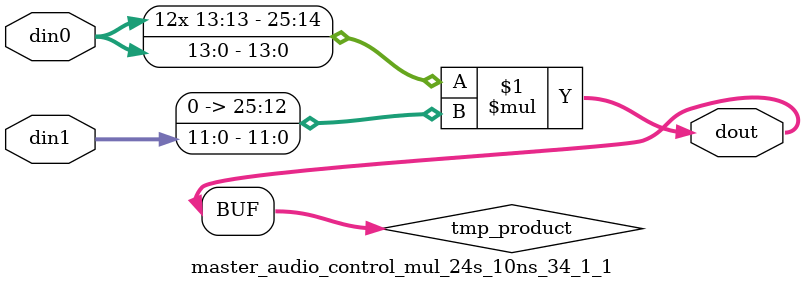
<source format=v>

`timescale 1 ns / 1 ps

 module master_audio_control_mul_24s_10ns_34_1_1(din0, din1, dout);
parameter ID = 1;
parameter NUM_STAGE = 0;
parameter din0_WIDTH = 14;
parameter din1_WIDTH = 12;
parameter dout_WIDTH = 26;

input [din0_WIDTH - 1 : 0] din0; 
input [din1_WIDTH - 1 : 0] din1; 
output [dout_WIDTH - 1 : 0] dout;

wire signed [dout_WIDTH - 1 : 0] tmp_product;


























assign tmp_product = $signed(din0) * $signed({1'b0, din1});









assign dout = tmp_product;





















endmodule

</source>
